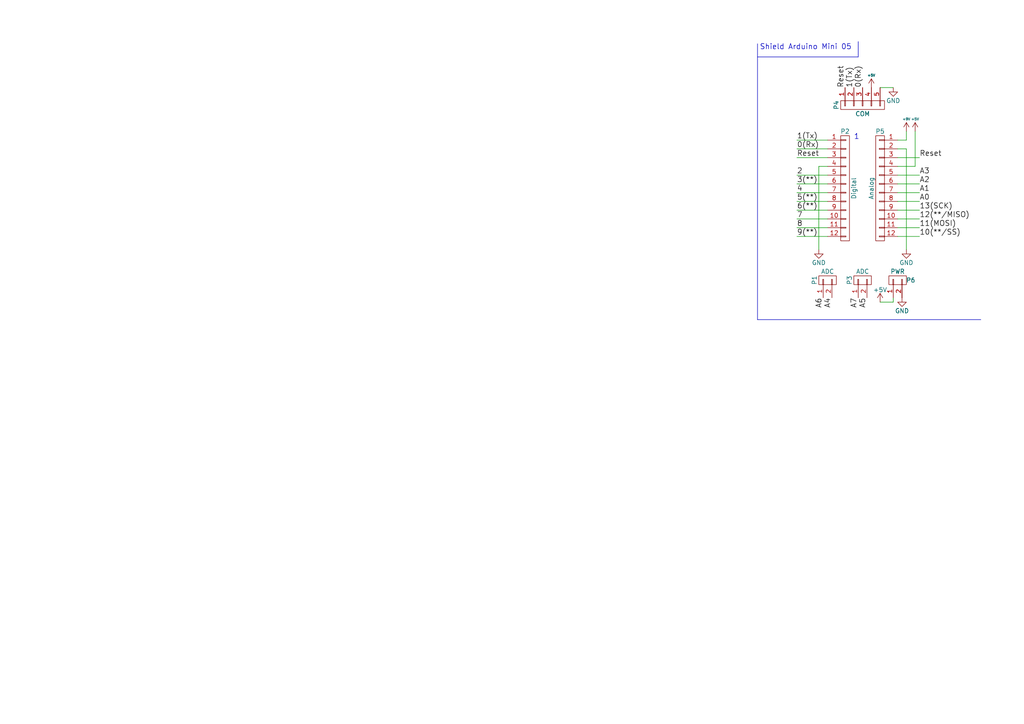
<source format=kicad_sch>
(kicad_sch (version 20230121) (generator eeschema)
  (paper "A4")
  (title_block (date "sam. 04 avril 2015"))
  (lib_symbols
    (symbol "Arduino_Mini-rescue:+5V" (power) (pin_names (offset 0))
      (property "Value" "+5V" (at 0 3.556 0))
      (symbol "+5V_0_1"
        (polyline (pts (xy -0.762 1.27) (xy 0 2.54)))
        (polyline (pts (xy 0 0) (xy 0 2.54)))
        (polyline (pts (xy 0 2.54) (xy 0.762 1.27)))
      )
      (symbol "+5V_1_1"
        (pin power_in line (at 0 0 90) (length 0) hide (name "+5V") (number "1"))
      )
    )
    (symbol "Arduino_Mini-rescue:+9V" (power) (pin_names (offset 0))
      (property "Value" "+9V" (at 0 3.556 0))
      (symbol "+9V_0_1"
        (polyline (pts (xy -0.762 1.27) (xy 0 2.54)))
        (polyline (pts (xy 0 0) (xy 0 2.54)))
        (polyline (pts (xy 0 2.54) (xy 0.762 1.27)))
      )
      (symbol "+9V_1_1"
        (pin power_in line (at 0 0 90) (length 0) hide (name "+9V") (number "1"))
      )
    )
    (symbol "Arduino_Mini-rescue:CONN_01X02" (pin_names (offset 1.016) hide)
      (property "Reference" "P" (at 0 3.81 0))
      (property "Value" "CONN_01X02" (at 2.54 0 90))
      (symbol "CONN_01X02_0_1"
        (rectangle (start -1.27 -1.143) (end 0.254 -1.397))
        (rectangle (start -1.27 1.397) (end 0.254 1.143))
        (rectangle (start -1.27 2.54) (end 1.27 -2.54))
      )
      (symbol "CONN_01X02_1_1"
        (pin passive line (at -5.08 1.27 0) (length 3.81) (name "P1") (number "1"))
        (pin passive line (at -5.08 -1.27 0) (length 3.81) (name "P2") (number "2"))
      )
    )
    (symbol "Arduino_Mini-rescue:CONN_01X05" (pin_names (offset 1.016) hide)
      (property "Reference" "P" (at 0 7.62 0))
      (property "Value" "CONN_01X05" (at 2.54 0 90))
      (symbol "CONN_01X05_0_1"
        (rectangle (start -1.27 -4.953) (end 0.254 -5.207))
        (rectangle (start -1.27 -2.413) (end 0.254 -2.667))
        (rectangle (start -1.27 0.127) (end 0.254 -0.127))
        (rectangle (start -1.27 2.667) (end 0.254 2.413))
        (rectangle (start -1.27 5.207) (end 0.254 4.953))
        (rectangle (start -1.27 6.35) (end 1.27 -6.35))
      )
      (symbol "CONN_01X05_1_1"
        (pin passive line (at -5.08 5.08 0) (length 3.81) (name "P1") (number "1"))
        (pin passive line (at -5.08 2.54 0) (length 3.81) (name "P2") (number "2"))
        (pin passive line (at -5.08 0 0) (length 3.81) (name "P3") (number "3"))
        (pin passive line (at -5.08 -2.54 0) (length 3.81) (name "P4") (number "4"))
        (pin passive line (at -5.08 -5.08 0) (length 3.81) (name "P5") (number "5"))
      )
    )
    (symbol "Arduino_Mini-rescue:CONN_01X12" (pin_names (offset 1.016) hide)
      (property "Reference" "P" (at 0 16.51 0))
      (property "Value" "CONN_01X12" (at 2.54 0 90))
      (symbol "CONN_01X12_0_1"
        (rectangle (start -1.27 -15.24) (end 1.27 15.24))
        (rectangle (start -1.27 -13.843) (end 0.254 -14.097))
        (rectangle (start -1.27 -11.303) (end 0.254 -11.557))
        (rectangle (start -1.27 -8.763) (end 0.254 -9.017))
        (rectangle (start -1.27 -6.223) (end 0.254 -6.477))
        (rectangle (start -1.27 -3.683) (end 0.254 -3.937))
        (rectangle (start -1.27 -1.143) (end 0.254 -1.397))
        (rectangle (start -1.27 1.397) (end 0.254 1.143))
        (rectangle (start -1.27 3.937) (end 0.254 3.683))
        (rectangle (start -1.27 6.477) (end 0.254 6.223))
        (rectangle (start -1.27 9.017) (end 0.254 8.763))
        (rectangle (start -1.27 11.557) (end 0.254 11.303))
        (rectangle (start -1.27 14.097) (end 0.254 13.843))
      )
      (symbol "CONN_01X12_1_1"
        (pin passive line (at -5.08 13.97 0) (length 3.81) (name "P1") (number "1"))
        (pin passive line (at -5.08 -8.89 0) (length 3.81) (name "P10") (number "10"))
        (pin passive line (at -5.08 -11.43 0) (length 3.81) (name "P11") (number "11"))
        (pin passive line (at -5.08 -13.97 0) (length 3.81) (name "P12") (number "12"))
        (pin passive line (at -5.08 11.43 0) (length 3.81) (name "P2") (number "2"))
        (pin passive line (at -5.08 8.89 0) (length 3.81) (name "P3") (number "3"))
        (pin passive line (at -5.08 6.35 0) (length 3.81) (name "P4") (number "4"))
        (pin passive line (at -5.08 3.81 0) (length 3.81) (name "P5") (number "5"))
        (pin passive line (at -5.08 1.27 0) (length 3.81) (name "P6") (number "6"))
        (pin passive line (at -5.08 -1.27 0) (length 3.81) (name "P7") (number "7"))
        (pin passive line (at -5.08 -3.81 0) (length 3.81) (name "P8") (number "8"))
        (pin passive line (at -5.08 -6.35 0) (length 3.81) (name "P9") (number "9"))
      )
    )
    (symbol "Arduino_Mini-rescue:GND" (power) (pin_names (offset 0))
      (property "Value" "GND" (at 0 -3.81 0))
      (symbol "GND_0_1"
        (polyline (pts (xy 0 0) (xy 0 -1.27) (xy 1.27 -1.27) (xy 0 -2.54) (xy -1.27 -1.27) (xy 0 -1.27)))
      )
      (symbol "GND_1_1"
        (pin power_in line (at 0 0 270) (length 0) hide (name "GND") (number "1"))
      )
    )
  )
  (wire (pts (xy 240.03 48.26) (xy 237.49 48.26)))
  (wire (pts (xy 237.49 48.26) (xy 237.49 72.39)))
  (wire (pts (xy 266.7 63.5) (xy 260.35 63.5)))
  (wire (pts (xy 260.35 50.8) (xy 266.7 50.8)))
  (polyline (pts (xy 284.48 92.71) (xy 219.71 92.71)))
  (wire (pts (xy 240.03 63.5) (xy 231.14 63.5)))
  (wire (pts (xy 259.08 86.36) (xy 259.08 87.63)))
  (wire (pts (xy 266.7 68.58) (xy 260.35 68.58)))
  (wire (pts (xy 240.03 68.58) (xy 231.14 68.58)))
  (polyline (pts (xy 219.71 92.71) (xy 219.71 12.7)))
  (wire (pts (xy 259.08 87.63) (xy 255.27 87.63)))
  (wire (pts (xy 231.14 55.88) (xy 240.03 55.88)))
  (polyline (pts (xy 219.71 16.51) (xy 248.92 16.51)))
  (wire (pts (xy 240.03 58.42) (xy 231.14 58.42)))
  (wire (pts (xy 240.03 45.72) (xy 231.14 45.72)))
  (wire (pts (xy 260.35 60.96) (xy 266.7 60.96)))
  (wire (pts (xy 262.89 43.18) (xy 262.89 72.39)))
  (polyline (pts (xy 248.92 16.51) (xy 248.92 12.065)))
  (wire (pts (xy 255.27 25.4) (xy 259.08 25.4)))
  (wire (pts (xy 231.14 50.8) (xy 240.03 50.8)))
  (wire (pts (xy 266.7 55.88) (xy 260.35 55.88)))
  (wire (pts (xy 240.03 53.34) (xy 231.14 53.34)))
  (wire (pts (xy 231.14 66.04) (xy 240.03 66.04)))
  (wire (pts (xy 266.7 66.04) (xy 260.35 66.04)))
  (wire (pts (xy 231.14 43.18) (xy 240.03 43.18)))
  (wire (pts (xy 260.35 43.18) (xy 262.89 43.18)))
  (wire (pts (xy 266.7 53.34) (xy 260.35 53.34)))
  (wire (pts (xy 262.89 40.64) (xy 262.89 38.1)))
  (wire (pts (xy 266.7 58.42) (xy 260.35 58.42)))
  (wire (pts (xy 231.14 60.96) (xy 240.03 60.96)))
  (wire (pts (xy 266.7 45.72) (xy 260.35 45.72)))
  (wire (pts (xy 240.03 40.64) (xy 231.14 40.64)))
  (wire (pts (xy 260.35 40.64) (xy 262.89 40.64)))
  (wire (pts (xy 265.43 48.26) (xy 265.43 38.1)))
  (wire (pts (xy 260.35 48.26) (xy 265.43 48.26)))
  (text "1" (at 247.65 40.64 0) (effects (font (size 1.524 1.524)) (justify left bottom)))
  (text "Shield Arduino Mini 05" (at 220.345 14.605 0) (effects (font (size 1.524 1.524)) (justify left bottom)))
  (label "A0" (at 266.7 58.42 0) (effects (font (size 1.524 1.524))))
  (label "8" (at 231.14 66.04 0) (effects (font (size 1.524 1.524))))
  (label "A2" (at 266.7 53.34 0) (effects (font (size 1.524 1.524))))
  (label "7" (at 231.14 63.5 0) (effects (font (size 1.524 1.524))))
  (label "4" (at 231.14 55.88 0) (effects (font (size 1.524 1.524))))
  (label "A3" (at 266.7 50.8 0) (effects (font (size 1.524 1.524))))
  (label "1(Tx)" (at 231.14 40.64 0) (effects (font (size 1.524 1.524))))
  (label "11(MOSI)" (at 266.7 66.04 0) (effects (font (size 1.524 1.524))))
  (label "10(**/SS)" (at 266.7 68.58 0) (effects (font (size 1.524 1.524))))
  (label "2" (at 231.14 50.8 0) (effects (font (size 1.524 1.524))))
  (label "0(Rx)" (at 231.14 43.18 0) (effects (font (size 1.524 1.524))))
  (label "A7" (at 248.92 86.36 270) (effects (font (size 1.524 1.524))))
  (label "6(**)" (at 231.14 60.96 0) (effects (font (size 1.524 1.524))))
  (label "A5" (at 251.46 86.36 270) (effects (font (size 1.524 1.524))))
  (label "A1" (at 266.7 55.88 0) (effects (font (size 1.524 1.524))))
  (label "13(SCK)" (at 266.7 60.96 0) (effects (font (size 1.524 1.524))))
  (label "Reset" (at 266.7 45.72 0) (effects (font (size 1.524 1.524))))
  (label "Reset" (at 245.11 25.4 90) (effects (font (size 1.524 1.524))))
  (label "12(**/MISO)" (at 266.7 63.5 0) (effects (font (size 1.524 1.524))))
  (label "A6" (at 238.76 86.36 270) (effects (font (size 1.524 1.524))))
  (label "Reset" (at 231.14 45.72 0) (effects (font (size 1.524 1.524))))
  (label "9(**)" (at 231.14 68.58 0) (effects (font (size 1.524 1.524))))
  (label "3(**)" (at 231.14 53.34 0) (effects (font (size 1.524 1.524))))
  (label "1(Tx)" (at 247.65 25.4 90) (effects (font (size 1.524 1.524))))
  (label "A4" (at 241.3 86.36 270) (effects (font (size 1.524 1.524))))
  (label "0(Rx)" (at 250.19 25.4 90) (effects (font (size 1.524 1.524))))
  (label "5(**)" (at 231.14 58.42 0) (effects (font (size 1.524 1.524))))
  (symbol (lib_id "Arduino_Mini-rescue:CONN_01X02") (at 240.03 81.28 90) (unit 1)
    (property "Reference" "P1" (at 236.22 81.28 0))
    (property "Value" "ADC" (at 240.03 78.74 90))
    (property "Footprint" "Socket_Arduino_Mini:Socket_Strip_Arduino_1x02" (effects hide))
  )
  (symbol (lib_id "Arduino_Mini-rescue:CONN_01X02") (at 250.19 81.28 90) (unit 1)
    (property "Reference" "P3" (at 246.38 81.28 0))
    (property "Value" "ADC" (at 250.19 78.74 90))
    (property "Footprint" "Socket_Arduino_Mini:Socket_Strip_Arduino_1x02" (effects hide))
  )
  (symbol (lib_id "Arduino_Mini-rescue:CONN_01X02") (at 260.35 81.28 90) (unit 1)
    (property "Reference" "P6" (at 264.16 81.28 90))
    (property "Value" "PWR" (at 260.35 78.74 90))
    (property "Footprint" "Socket_Arduino_Mini:Socket_Strip_Arduino_1x02" (effects hide))
  )
  (symbol (lib_id "Arduino_Mini-rescue:GND") (at 261.62 86.36 0) (unit 1)
    (property "Reference" "#PWR01" (effects hide))
    (property "Value" "GND" (at 261.62 90.17 0))
  )
  (symbol (lib_id "Arduino_Mini-rescue:+5V") (at 255.27 87.63 0) (unit 1)
    (property "Reference" "#PWR02" (effects hide))
    (property "Value" "+5V" (at 255.27 84.074 0))
  )
  (symbol (lib_id "Arduino_Mini-rescue:GND") (at 262.89 72.39 0) (unit 1)
    (property "Reference" "#PWR03" (effects hide))
    (property "Value" "GND" (at 262.89 76.2 0))
  )
  (symbol (lib_id "Arduino_Mini-rescue:CONN_01X12") (at 245.11 54.61 0) (unit 1)
    (property "Reference" "P2" (at 245.11 38.1 0))
    (property "Value" "Digital" (at 247.65 54.61 90))
    (property "Footprint" "Socket_Arduino_Mini:Socket_Strip_Arduino_1x12" (effects hide))
  )
  (symbol (lib_id "Arduino_Mini-rescue:CONN_01X12") (at 255.27 54.61 0) (mirror y) (unit 1)
    (property "Reference" "P5" (at 255.27 38.1 0))
    (property "Value" "Analog" (at 252.73 54.61 90))
    (property "Footprint" "Socket_Arduino_Mini:Socket_Strip_Arduino_1x12" (effects hide))
  )
  (symbol (lib_id "Arduino_Mini-rescue:GND") (at 237.49 72.39 0) (unit 1)
    (property "Reference" "#PWR04" (effects hide))
    (property "Value" "GND" (at 237.49 76.2 0))
  )
  (symbol (lib_id "Arduino_Mini-rescue:+9V") (at 262.89 38.1 0) (unit 1)
    (property "Reference" "#PWR05" (effects hide))
    (property "Value" "+9V" (at 262.89 34.544 0) (effects (font (size 0.7112 0.7112))))
  )
  (symbol (lib_id "Arduino_Mini-rescue:+5V") (at 265.43 38.1 0) (unit 1)
    (property "Reference" "#PWR06" (effects hide))
    (property "Value" "+5V" (at 265.43 34.544 0) (effects (font (size 0.7112 0.7112))))
  )
  (symbol (lib_id "Arduino_Mini-rescue:CONN_01X05") (at 250.19 30.48 90) (mirror x) (unit 1)
    (property "Reference" "P4" (at 242.57 30.48 0))
    (property "Value" "COM" (at 250.19 33.02 90))
    (property "Footprint" "Socket_Arduino_Mini:Socket_Strip_Arduino_1x05" (effects hide))
  )
  (symbol (lib_id "Arduino_Mini-rescue:+5V") (at 252.73 25.4 0) (unit 1)
    (property "Reference" "#PWR07" (effects hide))
    (property "Value" "+5V" (at 252.73 21.844 0) (effects (font (size 0.7112 0.7112))))
  )
  (symbol (lib_id "Arduino_Mini-rescue:GND") (at 259.08 25.4 0) (unit 1)
    (property "Reference" "#PWR08" (effects hide))
    (property "Value" "GND" (at 259.08 29.21 0))
  )
)
</source>
